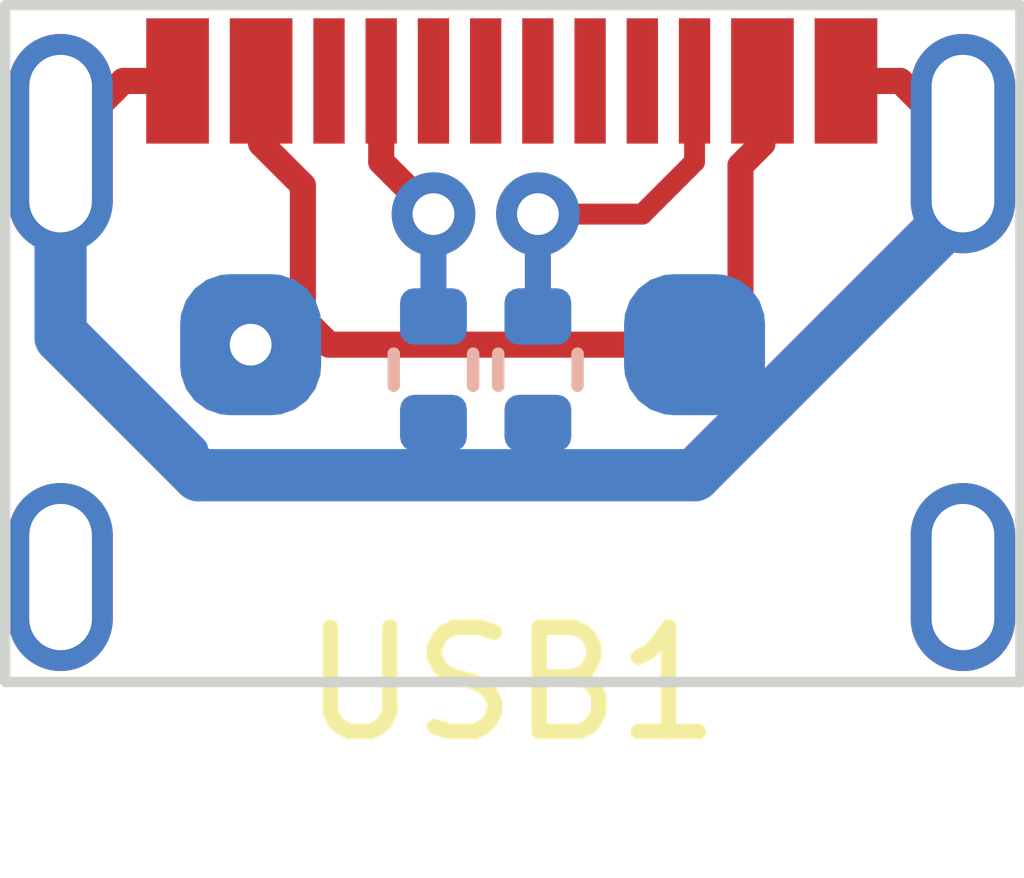
<source format=kicad_pcb>
(kicad_pcb (version 20221018) (generator pcbnew)
  (layers (0 "F.Cu" signal) (31 "B.Cu" signal) (34 "B.Paste" user) (35 "F.Paste" user) (36 "B.SilkS" user "B.Silkscreen") (37 "F.SilkS" user "F.Silkscreen") (38 "B.Mask" user) (39 "F.Mask" user) (44 "Edge.Cuts" user))
  (net 0 "")
  (net 1 "Net-(USB1-CC1)")
  (net 2 "GND")
  (net 3 "Net-(USB1-CC2)")
  (net 8 "/vin")
  (footprint "components:USB TYPE-C CONNECTOR - HANBO - MC-107D" (layer "F.Cu") (at 95 70.375)
    (fp_text reference "USB1" (at 0 -1.625 unlocked) (layer "F.SilkS"))
    (fp_text value "~" hide)
    (pad "" thru_hole oval (at -4.32 -6.8) (size 1 2.1) (drill oval 0.6 1.7) (layers "*.Cu" "*.Mask") (net 2 "GND"))
    (pad "" thru_hole oval (at -4.32 -2.65) (size 1 1.8) (drill oval 0.6 1.4) (layers "*.Cu" "*.Mask"))
    (pad "" np_thru_hole circle (at -2.89 -6.3) (size 0.65 0.65) (drill 0.65) (layers "F&B.Cu" "*.Mask"))
    (pad "" np_thru_hole circle (at 2.89 -6.3) (size 0.65 0.65) (drill 0.65) (layers "F&B.Cu" "*.Mask"))
    (pad "" thru_hole oval (at 4.32 -6.8) (size 1 2.1) (drill oval 0.6 1.7) (layers "*.Cu" "*.Mask") (net 2 "GND"))
    (pad "" thru_hole oval (at 4.32 -2.65) (size 1 1.8) (drill oval 0.6 1.4) (layers "*.Cu" "*.Mask"))
    (pad "A1" smd rect (at 3.2 -7.4) (size 0.6 1.2) (layers "F.Cu" "F.Paste" "F.Mask") (net 2 "GND"))
    (pad "A4" smd rect (at 2.4 -7.4) (size 0.6 1.2) (layers "F.Cu" "F.Paste" "F.Mask") (net 8 "/vin"))
    (pad "A5" smd rect (at -1.25 -7.4) (size 0.3 1.2) (layers "F.Cu" "F.Paste" "F.Mask") (net 1 "Net-(USB1-CC1)"))
    (pad "A6" smd rect (at -0.25 -7.4) (size 0.3 1.2) (layers "F.Cu" "F.Paste" "F.Mask"))
    (pad "A7" smd rect (at 0.25 -7.4) (size 0.3 1.2) (layers "F.Cu" "F.Paste" "F.Mask"))
    (pad "A8" smd rect (at 1.25 -7.4) (size 0.3 1.2) (layers "F.Cu" "F.Paste" "F.Mask"))
    (pad "B5" smd rect (at 1.75 -7.4) (size 0.3 1.2) (layers "F.Cu" "F.Paste" "F.Mask") (net 3 "Net-(USB1-CC2)"))
    (pad "B6" smd rect (at 0.75 -7.4) (size 0.3 1.2) (layers "F.Cu" "F.Paste" "F.Mask"))
    (pad "B7" smd rect (at -0.75 -7.4) (size 0.3 1.2) (layers "F.Cu" "F.Paste" "F.Mask"))
    (pad "B8" smd rect (at -1.75 -7.4) (size 0.3 1.2) (layers "F.Cu" "F.Paste" "F.Mask"))
    (pad "B9" smd rect (at -2.4 -7.4) (size 0.6 1.2) (layers "F.Cu" "F.Paste" "F.Mask") (net 8 "/vin"))
    (pad "B12" smd rect (at -3.2 -7.4) (size 0.6 1.2) (layers "F.Cu" "F.Paste" "F.Mask") (net 2 "GND"))
  )
  (footprint "" (layer "B.Cu") (at 96.75 65.5 180)
    (fp_text reference "" (at 0 0) (layer "B.SilkS") (effects (font (size 1.27 1.27)) (justify mirror)))
    (fp_text value "" (at 0 0) (layer "B.SilkS") (effects (font (size 1.27 1.27)) (justify mirror)))
    (pad "1" smd roundrect (at 0 0 180) (size 1.35 1.35) (layers "B.Cu" "B.Paste" "B.Mask") (roundrect_rratio 0.35) (net 2 "GND"))
  )
  (footprint "Resistor_SMD:R_0402_1005Metric" (layer "B.Cu") (at 95.25 65.74 -90)
    (fp_text reference "R2" hide)
    (fp_text value "5.1K" hide)
    (fp_line (start -0.153641 -0.38) (end 0.153641 -0.38) (stroke (width 0.12)) (layer "B.SilkS"))
    (fp_line (start -0.153641 0.38) (end 0.153641 0.38) (stroke (width 0.12)) (layer "B.SilkS"))
    (pad "1" smd roundrect (at -0.51 0 270) (size 0.54 0.64) (layers "B.Cu" "B.Paste" "B.Mask") (net 3 "Net-(USB1-CC2)"))
    (pad "2" smd roundrect (at 0.51 0 270) (size 0.54 0.64) (layers "B.Cu" "B.Paste" "B.Mask") (net 2 "GND"))
  )
  (footprint "Resistor_SMD:R_0402_1005Metric" (layer "B.Cu") (at 94.25 65.74 -90)
    (fp_text reference "R1" hide)
    (fp_text value "5.1K" hide)
    (fp_line (start -0.153641 -0.38) (end 0.153641 -0.38) (stroke (width 0.12)) (layer "B.SilkS"))
    (fp_line (start -0.153641 0.38) (end 0.153641 0.38) (stroke (width 0.12)) (layer "B.SilkS"))
    (pad "1" smd roundrect (at -0.51 0 270) (size 0.54 0.64) (layers "B.Cu" "B.Paste" "B.Mask") (net 1 "Net-(USB1-CC1)"))
    (pad "2" smd roundrect (at 0.51 0 270) (size 0.54 0.64) (layers "B.Cu" "B.Paste" "B.Mask") (net 2 "GND"))
  )
  (footprint "telec:Probing_pad" (layer "B.Cu") (at 92.5 65.5 180)
    (fp_text reference "REF**" hide)
    (fp_text value "Probing_pad" hide)
    (pad "1" smd roundrect (at 0 0 180) (size 1.35 1.35) (layers "B.Cu" "B.Paste" "B.Mask") (roundrect_rratio 0.35) (net 8 "/vin"))
  )
  (gr_rect (start 90.15 62.25) (end 99.87 68.73) (stroke (width 0.1)) (fill none) (layer "Edge.Cuts"))
  (segment (start 94.250497 64.25) (end 93.75 63.749503) (width 0.25) (layer "F.Cu") (net 1))
  (segment (start 93.75 63.749503) (end 93.75 62.975) (width 0.25) (layer "F.Cu") (net 1))
  (via (at 94.250497 64.25) (size 0.8) (drill 0.4) (layers "F.Cu" "B.Cu") (net 1))
  (segment (start 94.25 64.250497) (end 94.25 64.98) (width 0.25) (layer "B.Cu") (net 1))
  (segment (start 94.250497 64.25) (end 94.25 64.250497) (width 0.25) (layer "B.Cu") (net 1))
  (segment (start 91.28 62.975) (end 90.68 63.575) (width 0.25) (layer "F.Cu") (net 2))
  (segment (start 98.2 62.975) (end 98.72 62.975) (width 0.25) (layer "F.Cu") (net 2))
  (segment (start 91.8 62.975) (end 91.28 62.975) (width 0.25) (layer "F.Cu") (net 2))
  (segment (start 98.72 62.975) (end 99.32 63.575) (width 0.25) (layer "F.Cu") (net 2))
  (segment (start 98.125 65.375) (end 99.32 64.18) (width 0.5) (layer "B.Cu") (net 2))
  (segment (start 90.68 65.212835) (end 90.68 63.575) (width 0.25) (layer "B.Cu") (net 2))
  (segment (start 96.75 66.75) (end 92 66.75) (width 0.5) (layer "B.Cu") (net 2))
  (segment (start 97.5 66) (end 98.125 65.375) (width 0.5) (layer "B.Cu") (net 2))
  (segment (start 96.75 66) (end 97.5 66) (width 0.25) (layer "B.Cu") (net 2))
  (segment (start 97.5 66) (end 96.75 66.75) (width 0.5) (layer "B.Cu") (net 2))
  (segment (start 90.68 65.43) (end 90.68 63.575) (width 0.5) (layer "B.Cu") (net 2))
  (segment (start 91.967165 66.5) (end 90.68 65.212835) (width 0.25) (layer "B.Cu") (net 2))
  (segment (start 92 66.75) (end 90.68 65.43) (width 0.5) (layer "B.Cu") (net 2))
  (segment (start 96.25 64.25) (end 95.25 64.25) (width 0.2) (layer "F.Cu") (net 3))
  (segment (start 96.75 63.75) (end 96.25 64.25) (width 0.2) (layer "F.Cu") (net 3))
  (segment (start 96.75 62.475) (end 96.75 63.75) (width 0.2) (layer "F.Cu") (net 3))
  (via (at 95.25 64.25) (size 0.8) (drill 0.4) (layers "F.Cu" "B.Cu") (net 3))
  (segment (start 95.25 64.98) (end 95.25 64.25) (width 0.25) (layer "B.Cu") (net 3))
  (segment (start 93 65.25) (end 93 63.975051) (width 0.25) (layer "F.Cu") (net 8))
  (segment (start 97 65.5) (end 93.25 65.5) (width 0.25) (layer "F.Cu") (net 8))
  (segment (start 97.19 65.31) (end 97 65.5) (width 0.25) (layer "F.Cu") (net 8))
  (segment (start 92.75 65.5) (end 93 65.25) (width 0.25) (layer "F.Cu") (net 8))
  (segment (start 93.25 65.5) (end 93 65.25) (width 0.25) (layer "F.Cu") (net 8))
  (segment (start 93 63.975051) (end 92.6 63.575051) (width 0.25) (layer "F.Cu") (net 8))
  (segment (start 92.6 63.575051) (end 92.6 62.975) (width 0.25) (layer "F.Cu") (net 8))
  (segment (start 92.5 65.5) (end 92.75 65.5) (width 0.25) (layer "F.Cu") (net 8))
  (segment (start 97.19 63.785051) (end 97.19 65.31) (width 0.25) (layer "F.Cu") (net 8))
  (segment (start 97.4 62.975) (end 97.4 63.575051) (width 0.25) (layer "F.Cu") (net 8))
  (segment (start 97.4 63.575051) (end 97.19 63.785051) (width 0.25) (layer "F.Cu") (net 8))
  (via (at 92.5 65.5) (size 0.8) (drill 0.4) (layers "F.Cu" "B.Cu") (net 8))
)
</source>
